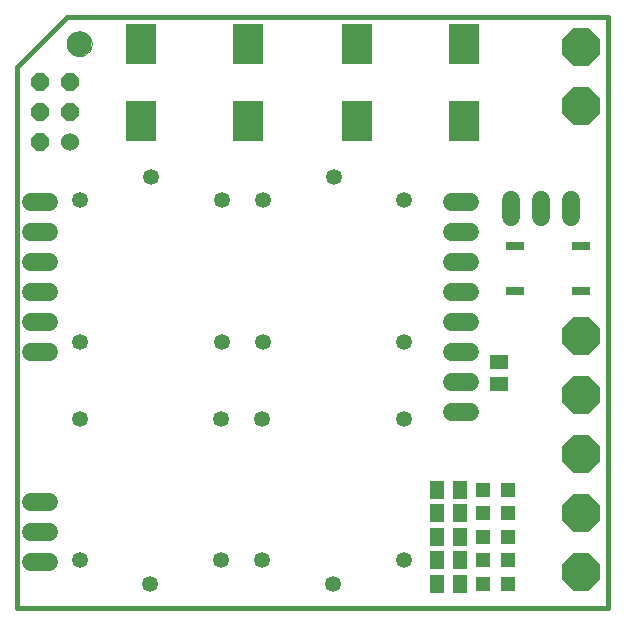
<source format=gts>
G75*
%MOIN*%
%OFA0B0*%
%FSLAX24Y24*%
%IPPOS*%
%LPD*%
%AMOC8*
5,1,8,0,0,1.08239X$1,22.5*
%
%ADD10C,0.0160*%
%ADD11C,0.0000*%
%ADD12C,0.0827*%
%ADD13OC8,0.1250*%
%ADD14R,0.0472X0.0472*%
%ADD15R,0.0512X0.0591*%
%ADD16C,0.0531*%
%ADD17C,0.0591*%
%ADD18R,0.0984X0.1378*%
%ADD19C,0.0600*%
%ADD20OC8,0.0600*%
%ADD21C,0.0600*%
%ADD22R,0.0600X0.0300*%
%ADD23R,0.0591X0.0512*%
D10*
X002234Y000180D02*
X021919Y000180D01*
X021919Y019865D01*
X003888Y019865D01*
X002234Y018211D01*
X002234Y000180D01*
D11*
X003888Y018979D02*
X003890Y019019D01*
X003896Y019060D01*
X003906Y019099D01*
X003919Y019137D01*
X003937Y019174D01*
X003958Y019208D01*
X003982Y019241D01*
X004009Y019271D01*
X004039Y019298D01*
X004072Y019322D01*
X004106Y019343D01*
X004143Y019361D01*
X004181Y019374D01*
X004220Y019384D01*
X004261Y019390D01*
X004301Y019392D01*
X004341Y019390D01*
X004382Y019384D01*
X004421Y019374D01*
X004459Y019361D01*
X004496Y019343D01*
X004530Y019322D01*
X004563Y019298D01*
X004593Y019271D01*
X004620Y019241D01*
X004644Y019208D01*
X004665Y019174D01*
X004683Y019137D01*
X004696Y019099D01*
X004706Y019060D01*
X004712Y019019D01*
X004714Y018979D01*
X004712Y018939D01*
X004706Y018898D01*
X004696Y018859D01*
X004683Y018821D01*
X004665Y018784D01*
X004644Y018750D01*
X004620Y018717D01*
X004593Y018687D01*
X004563Y018660D01*
X004530Y018636D01*
X004496Y018615D01*
X004459Y018597D01*
X004421Y018584D01*
X004382Y018574D01*
X004341Y018568D01*
X004301Y018566D01*
X004261Y018568D01*
X004220Y018574D01*
X004181Y018584D01*
X004143Y018597D01*
X004106Y018615D01*
X004072Y018636D01*
X004039Y018660D01*
X004009Y018687D01*
X003982Y018717D01*
X003958Y018750D01*
X003937Y018784D01*
X003919Y018821D01*
X003906Y018859D01*
X003896Y018898D01*
X003890Y018939D01*
X003888Y018979D01*
D12*
X004301Y018979D03*
D13*
X021014Y018881D03*
X021014Y016912D03*
X021014Y009235D03*
X021014Y007267D03*
X021014Y005298D03*
X021014Y003330D03*
X021014Y001361D03*
D14*
X018592Y000967D03*
X018592Y001755D03*
X018592Y002542D03*
X018592Y003330D03*
X018592Y004117D03*
X017766Y004117D03*
X017766Y003330D03*
X017766Y002542D03*
X017766Y001755D03*
X017766Y000967D03*
D15*
X016978Y000967D03*
X016230Y000967D03*
X016230Y001755D03*
X016978Y001755D03*
X016978Y002542D03*
X016230Y002542D03*
X016230Y003330D03*
X016978Y003330D03*
X016978Y004117D03*
X016230Y004117D03*
D16*
X015116Y001759D03*
X012754Y000971D03*
X010392Y001759D03*
X009033Y001759D03*
X006671Y000971D03*
X004309Y001759D03*
X004309Y006483D03*
X004333Y009034D03*
X009057Y009034D03*
X010415Y009034D03*
X010392Y006483D03*
X009033Y006483D03*
X015116Y006483D03*
X015140Y009034D03*
X015140Y013759D03*
X012777Y014546D03*
X010415Y013759D03*
X009057Y013759D03*
X006695Y014546D03*
X004333Y013759D03*
D17*
X018695Y013782D02*
X018695Y013192D01*
X019695Y013192D02*
X019695Y013782D01*
X020695Y013782D02*
X020695Y013192D01*
D18*
X017136Y016420D03*
X017136Y018979D03*
X013573Y018979D03*
X013573Y016420D03*
X009911Y016420D03*
X009911Y018979D03*
X006368Y018979D03*
X006368Y016420D03*
D19*
X003984Y015715D03*
D20*
X002984Y015715D03*
X002984Y016715D03*
X003984Y016715D03*
X003984Y017715D03*
X002984Y017715D03*
D21*
X003284Y013715D02*
X002684Y013715D01*
X002684Y012715D02*
X003284Y012715D01*
X003284Y011715D02*
X002684Y011715D01*
X002684Y010715D02*
X003284Y010715D01*
X003284Y009715D02*
X002684Y009715D01*
X002684Y008715D02*
X003284Y008715D01*
X003284Y003715D02*
X002684Y003715D01*
X002684Y002715D02*
X003284Y002715D01*
X003284Y001715D02*
X002684Y001715D01*
X016737Y006715D02*
X017337Y006715D01*
X017337Y007715D02*
X016737Y007715D01*
X016737Y008715D02*
X017337Y008715D01*
X017337Y009715D02*
X016737Y009715D01*
X016737Y010715D02*
X017337Y010715D01*
X017337Y011715D02*
X016737Y011715D01*
X016737Y012715D02*
X017337Y012715D01*
X017337Y013715D02*
X016737Y013715D01*
D22*
X018811Y012249D03*
X018811Y010749D03*
X021011Y010749D03*
X021011Y012249D03*
D23*
X018297Y008369D03*
X018297Y007621D03*
M02*

</source>
